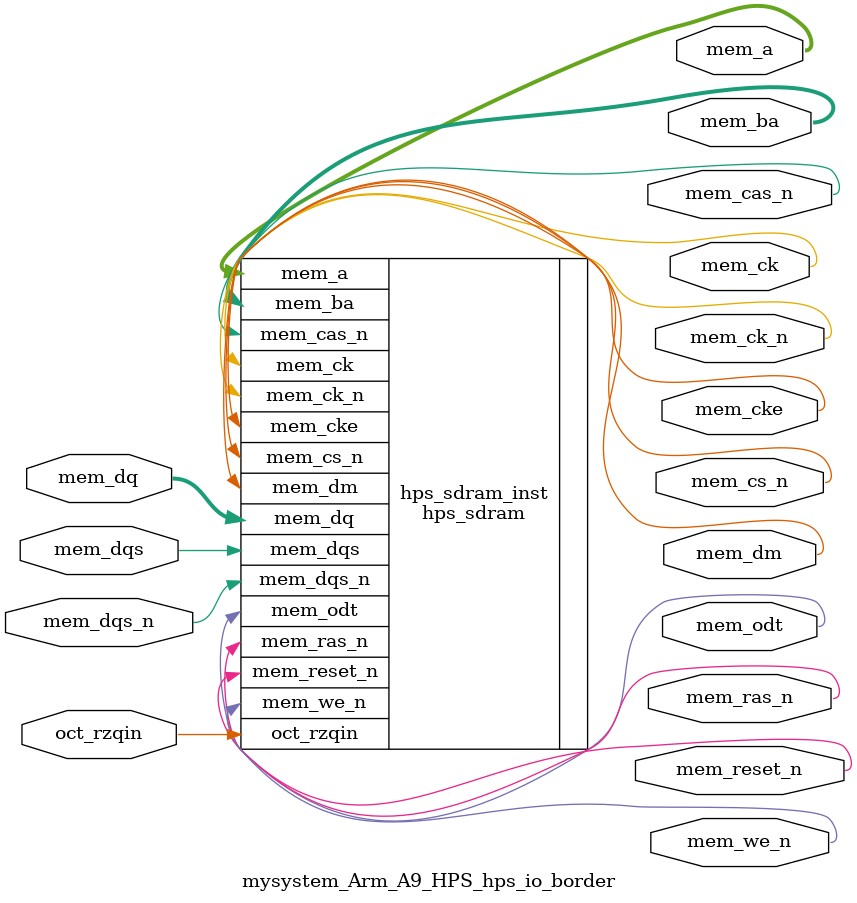
<source format=sv>


module mysystem_Arm_A9_HPS_hps_io_border(
// memory
  output wire [13 - 1 : 0 ] mem_a
 ,output wire [3 - 1 : 0 ] mem_ba
 ,output wire [1 - 1 : 0 ] mem_ck
 ,output wire [1 - 1 : 0 ] mem_ck_n
 ,output wire [1 - 1 : 0 ] mem_cke
 ,output wire [1 - 1 : 0 ] mem_cs_n
 ,output wire [1 - 1 : 0 ] mem_ras_n
 ,output wire [1 - 1 : 0 ] mem_cas_n
 ,output wire [1 - 1 : 0 ] mem_we_n
 ,output wire [1 - 1 : 0 ] mem_reset_n
 ,inout wire [8 - 1 : 0 ] mem_dq
 ,inout wire [1 - 1 : 0 ] mem_dqs
 ,inout wire [1 - 1 : 0 ] mem_dqs_n
 ,output wire [1 - 1 : 0 ] mem_odt
 ,output wire [1 - 1 : 0 ] mem_dm
 ,input wire [1 - 1 : 0 ] oct_rzqin
);


hps_sdram hps_sdram_inst(
 .mem_dq({
    mem_dq[7:0] // 7:0
  })
,.mem_odt({
    mem_odt[0:0] // 0:0
  })
,.mem_ras_n({
    mem_ras_n[0:0] // 0:0
  })
,.mem_dqs_n({
    mem_dqs_n[0:0] // 0:0
  })
,.mem_dqs({
    mem_dqs[0:0] // 0:0
  })
,.mem_dm({
    mem_dm[0:0] // 0:0
  })
,.mem_we_n({
    mem_we_n[0:0] // 0:0
  })
,.mem_cas_n({
    mem_cas_n[0:0] // 0:0
  })
,.mem_ba({
    mem_ba[2:0] // 2:0
  })
,.mem_a({
    mem_a[12:0] // 12:0
  })
,.mem_cs_n({
    mem_cs_n[0:0] // 0:0
  })
,.mem_ck({
    mem_ck[0:0] // 0:0
  })
,.mem_cke({
    mem_cke[0:0] // 0:0
  })
,.oct_rzqin({
    oct_rzqin[0:0] // 0:0
  })
,.mem_reset_n({
    mem_reset_n[0:0] // 0:0
  })
,.mem_ck_n({
    mem_ck_n[0:0] // 0:0
  })
);

endmodule


</source>
